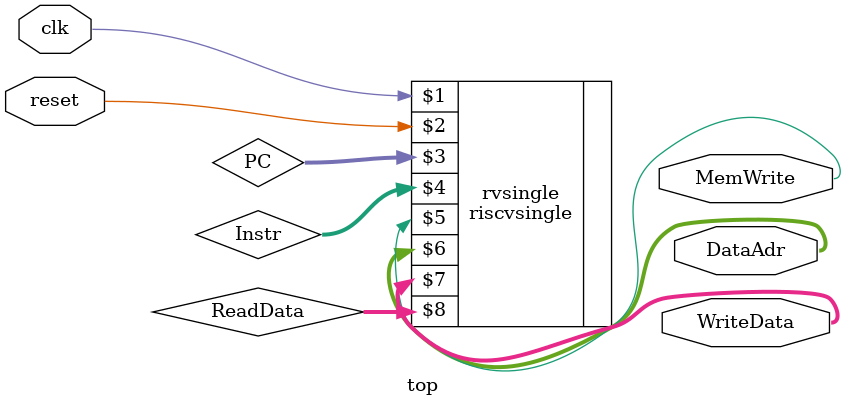
<source format=sv>
module top(input logic clk, reset,
            output logic [31:0] WriteData, DataAdr,
            output logic MemWrite);
    
    logic [31:0] PC, Instr, ReadData;
    // instantiate processor and memories
    
    riscvsingle rvsingle( clk, reset, PC, Instr, MemWrite, DataAdr,  WriteData, ReadData);
    //imem imem(PC, Instr);
    //dmem dmem(clk, MemWrite, DataAdr, WriteData, ReadData);
endmodule
</source>
